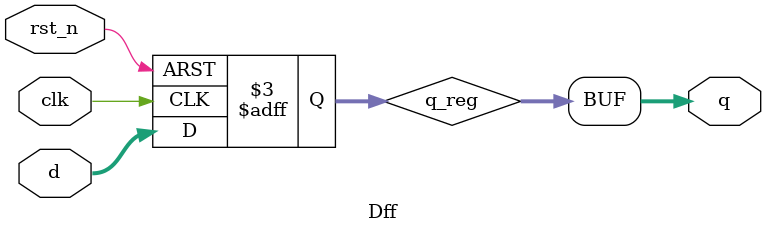
<source format=v>

module Dff #(
  parameter DATA_WIDTH = 16 // 8 MSBs integer part, 8 LSBs decimal part
)(
  input clk,
  input rst_n,

  input [DATA_WIDTH - 1 : 0] d,
  output [DATA_WIDTH - 1 : 0] q
);

  reg [DATA_WIDTH - 1 : 0] q_reg;

  always @(posedge clk or negedge rst_n) begin
    if (~rst_n) 
      q_reg <= {DATA_WIDTH{1'b0}};
    else 
      q_reg <= d;
  end

  assign q = q_reg;

endmodule
</source>
